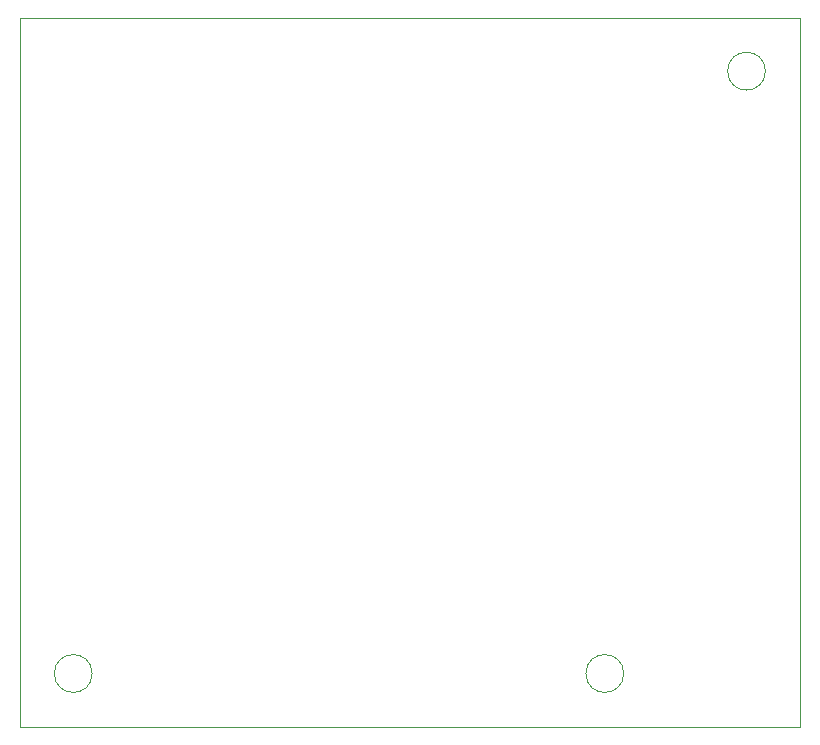
<source format=gbr>
G04 #@! TF.GenerationSoftware,KiCad,Pcbnew,5.1.7-a382d34a8~87~ubuntu20.04.1*
G04 #@! TF.CreationDate,2020-11-09T08:25:25+01:00*
G04 #@! TF.ProjectId,OpenerV1.1_Board,4f70656e-6572-4563-912e-315f426f6172,rev?*
G04 #@! TF.SameCoordinates,Original*
G04 #@! TF.FileFunction,Profile,NP*
%FSLAX46Y46*%
G04 Gerber Fmt 4.6, Leading zero omitted, Abs format (unit mm)*
G04 Created by KiCad (PCBNEW 5.1.7-a382d34a8~87~ubuntu20.04.1) date 2020-11-09 08:25:25*
%MOMM*%
%LPD*%
G01*
G04 APERTURE LIST*
G04 #@! TA.AperFunction,Profile*
%ADD10C,0.050000*%
G04 #@! TD*
G04 #@! TA.AperFunction,Profile*
%ADD11C,0.100000*%
G04 #@! TD*
G04 APERTURE END LIST*
D10*
X150100000Y-96500000D02*
G75*
G03*
X150100000Y-96500000I-1600000J0D01*
G01*
X105100000Y-96500000D02*
G75*
G03*
X105100000Y-96500000I-1600000J0D01*
G01*
X162100000Y-45500000D02*
G75*
G03*
X162100000Y-45500000I-1600000J0D01*
G01*
D11*
X99000000Y-101000000D02*
X99000000Y-41000000D01*
X165000000Y-101000000D02*
X99000000Y-101000000D01*
X165000000Y-41000000D02*
X165000000Y-101000000D01*
X99000000Y-41000000D02*
X165000000Y-41000000D01*
M02*

</source>
